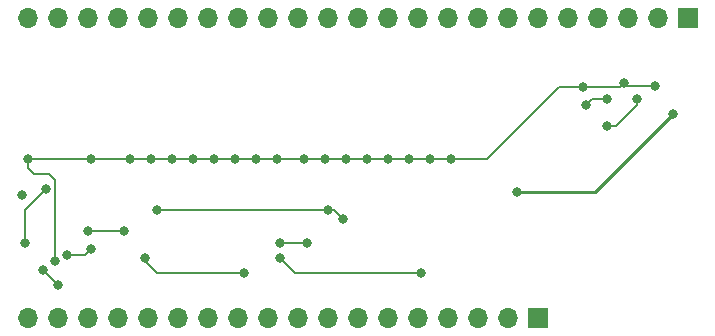
<source format=gbr>
%TF.GenerationSoftware,KiCad,Pcbnew,(5.1.10-1-10_14)*%
%TF.CreationDate,2021-10-18T21:54:19-04:00*%
%TF.ProjectId,RAM-MODULE,52414d2d-4d4f-4445-954c-452e6b696361,rev?*%
%TF.SameCoordinates,Original*%
%TF.FileFunction,Copper,L2,Bot*%
%TF.FilePolarity,Positive*%
%FSLAX46Y46*%
G04 Gerber Fmt 4.6, Leading zero omitted, Abs format (unit mm)*
G04 Created by KiCad (PCBNEW (5.1.10-1-10_14)) date 2021-10-18 21:54:19*
%MOMM*%
%LPD*%
G01*
G04 APERTURE LIST*
%TA.AperFunction,ComponentPad*%
%ADD10O,1.700000X1.700000*%
%TD*%
%TA.AperFunction,ComponentPad*%
%ADD11R,1.700000X1.700000*%
%TD*%
%TA.AperFunction,ViaPad*%
%ADD12C,0.800000*%
%TD*%
%TA.AperFunction,Conductor*%
%ADD13C,0.200000*%
%TD*%
%TA.AperFunction,Conductor*%
%ADD14C,0.250000*%
%TD*%
G04 APERTURE END LIST*
D10*
%TO.P,J2,23*%
%TO.N,/MAR17*%
X209804000Y-86360000D03*
%TO.P,J2,22*%
%TO.N,/MAR16*%
X212344000Y-86360000D03*
%TO.P,J2,21*%
%TO.N,/MAR15*%
X214884000Y-86360000D03*
%TO.P,J2,20*%
%TO.N,/MAR14*%
X217424000Y-86360000D03*
%TO.P,J2,19*%
%TO.N,/MAR13*%
X219964000Y-86360000D03*
%TO.P,J2,18*%
%TO.N,/MAR12*%
X222504000Y-86360000D03*
%TO.P,J2,17*%
%TO.N,/MAR11*%
X225044000Y-86360000D03*
%TO.P,J2,16*%
%TO.N,/MAR10*%
X227584000Y-86360000D03*
%TO.P,J2,15*%
%TO.N,/MAR9*%
X230124000Y-86360000D03*
%TO.P,J2,14*%
%TO.N,/MAR8*%
X232664000Y-86360000D03*
%TO.P,J2,13*%
%TO.N,/MAR7*%
X235204000Y-86360000D03*
%TO.P,J2,12*%
%TO.N,/MAR6*%
X237744000Y-86360000D03*
%TO.P,J2,11*%
%TO.N,/MAR5*%
X240284000Y-86360000D03*
%TO.P,J2,10*%
%TO.N,/MAR4*%
X242824000Y-86360000D03*
%TO.P,J2,9*%
%TO.N,/MAR3*%
X245364000Y-86360000D03*
%TO.P,J2,8*%
%TO.N,/MAR2*%
X247904000Y-86360000D03*
%TO.P,J2,7*%
%TO.N,/MAR1*%
X250444000Y-86360000D03*
%TO.P,J2,6*%
%TO.N,/MAR0*%
X252984000Y-86360000D03*
%TO.P,J2,5*%
%TO.N,/OE*%
X255524000Y-86360000D03*
%TO.P,J2,4*%
%TO.N,/LOAD*%
X258064000Y-86360000D03*
%TO.P,J2,3*%
%TO.N,/CLOCK*%
X260604000Y-86360000D03*
%TO.P,J2,2*%
%TO.N,GND*%
X263144000Y-86360000D03*
D11*
%TO.P,J2,1*%
%TO.N,VCC*%
X265684000Y-86360000D03*
%TD*%
D10*
%TO.P,J1,18*%
%TO.N,/A17*%
X209804000Y-111760000D03*
%TO.P,J1,17*%
%TO.N,/A16*%
X212344000Y-111760000D03*
%TO.P,J1,16*%
%TO.N,/A15*%
X214884000Y-111760000D03*
%TO.P,J1,15*%
%TO.N,/A14*%
X217424000Y-111760000D03*
%TO.P,J1,14*%
%TO.N,/A13*%
X219964000Y-111760000D03*
%TO.P,J1,13*%
%TO.N,/A12*%
X222504000Y-111760000D03*
%TO.P,J1,12*%
%TO.N,/A11*%
X225044000Y-111760000D03*
%TO.P,J1,11*%
%TO.N,/A10*%
X227584000Y-111760000D03*
%TO.P,J1,10*%
%TO.N,/A9*%
X230124000Y-111760000D03*
%TO.P,J1,9*%
%TO.N,/A8*%
X232664000Y-111760000D03*
%TO.P,J1,8*%
%TO.N,/A7*%
X235204000Y-111760000D03*
%TO.P,J1,7*%
%TO.N,/A6*%
X237744000Y-111760000D03*
%TO.P,J1,6*%
%TO.N,/A5*%
X240284000Y-111760000D03*
%TO.P,J1,5*%
%TO.N,/A4*%
X242824000Y-111760000D03*
%TO.P,J1,4*%
%TO.N,/A3*%
X245364000Y-111760000D03*
%TO.P,J1,3*%
%TO.N,/A2*%
X247904000Y-111760000D03*
%TO.P,J1,2*%
%TO.N,/A1*%
X250444000Y-111760000D03*
D11*
%TO.P,J1,1*%
%TO.N,/A0*%
X252984000Y-111760000D03*
%TD*%
D12*
%TO.N,VCC*%
X209296000Y-101346000D03*
X213106000Y-106426000D03*
X215138000Y-105918000D03*
X264414000Y-94488000D03*
X251206000Y-101092000D03*
X236474000Y-103378000D03*
X235204000Y-102616000D03*
X220726000Y-102616000D03*
%TO.N,GND*%
X218440000Y-98298000D03*
X220218000Y-98298000D03*
X221996000Y-98298000D03*
X223774000Y-98298000D03*
X225552000Y-98298000D03*
X227330000Y-98298000D03*
X229108000Y-98298000D03*
X230886000Y-98298000D03*
X233172000Y-98298000D03*
X234950000Y-98298000D03*
X236728000Y-98298000D03*
X238506000Y-98298000D03*
X240284000Y-98298000D03*
X242062000Y-98298000D03*
X243840000Y-98298000D03*
X245618000Y-98298000D03*
X256794000Y-92202000D03*
X262953000Y-92139000D03*
X209804000Y-98298000D03*
X215138000Y-98298000D03*
X212078000Y-106922000D03*
X260288378Y-91834712D03*
X243078000Y-107950000D03*
X231140000Y-106680000D03*
%TO.N,/A16*%
X211074000Y-107696000D03*
X212344000Y-108966000D03*
%TO.N,/CLOCK*%
X258826000Y-95504000D03*
X261366000Y-93218000D03*
%TO.N,/LOAD*%
X257048000Y-93726000D03*
X258826000Y-93218000D03*
%TO.N,/~!LOAD*%
X211328000Y-100838000D03*
X209550000Y-105410000D03*
X217932000Y-104394000D03*
X214884000Y-104394000D03*
X233426000Y-105410000D03*
X231140000Y-105410000D03*
%TO.N,/~!OE*%
X228092000Y-107950000D03*
X219710000Y-106680000D03*
%TD*%
D13*
%TO.N,VCC*%
X213106000Y-106426000D02*
X214630000Y-106426000D01*
X214630000Y-106426000D02*
X215138000Y-105918000D01*
D14*
X264414000Y-94488000D02*
X257810000Y-101092000D01*
X257810000Y-101092000D02*
X251206000Y-101092000D01*
D13*
X236474000Y-103378000D02*
X235712000Y-102616000D01*
X235712000Y-102616000D02*
X235204000Y-102616000D01*
X235204000Y-102616000D02*
X220726000Y-102616000D01*
%TO.N,GND*%
X218440000Y-98298000D02*
X245618000Y-98298000D01*
X209804000Y-98298000D02*
X218440000Y-98298000D01*
X212078000Y-106922000D02*
X212078000Y-100064000D01*
X212078000Y-100064000D02*
X211582000Y-99568000D01*
X211582000Y-99568000D02*
X210312000Y-99568000D01*
X209804000Y-99060000D02*
X209804000Y-98298000D01*
X210312000Y-99568000D02*
X209804000Y-99060000D01*
X260592666Y-92139000D02*
X260288378Y-91834712D01*
X262953000Y-92139000D02*
X260592666Y-92139000D01*
X259921090Y-92202000D02*
X260288378Y-91834712D01*
X256794000Y-92202000D02*
X259921090Y-92202000D01*
X256794000Y-92202000D02*
X254762000Y-92202000D01*
X248666000Y-98298000D02*
X245618000Y-98298000D01*
X254762000Y-92202000D02*
X248666000Y-98298000D01*
X243078000Y-107950000D02*
X232410000Y-107950000D01*
X232410000Y-107950000D02*
X231140000Y-106680000D01*
%TO.N,/A16*%
X211074000Y-107696000D02*
X212344000Y-108966000D01*
%TO.N,/CLOCK*%
X258826000Y-95504000D02*
X259588000Y-95504000D01*
X259588000Y-95504000D02*
X261366000Y-93726000D01*
X261366000Y-93726000D02*
X261366000Y-93218000D01*
%TO.N,/LOAD*%
X257048000Y-93726000D02*
X257556000Y-93218000D01*
X257556000Y-93218000D02*
X258826000Y-93218000D01*
%TO.N,/~!LOAD*%
X209550000Y-102616000D02*
X209550000Y-105410000D01*
X211328000Y-100838000D02*
X209550000Y-102616000D01*
X217932000Y-104394000D02*
X214884000Y-104394000D01*
X231140000Y-105410000D02*
X233426000Y-105410000D01*
%TO.N,/~!OE*%
X228092000Y-107950000D02*
X220726000Y-107950000D01*
X219710000Y-106934000D02*
X219710000Y-106680000D01*
X220726000Y-107950000D02*
X219710000Y-106934000D01*
%TD*%
M02*

</source>
